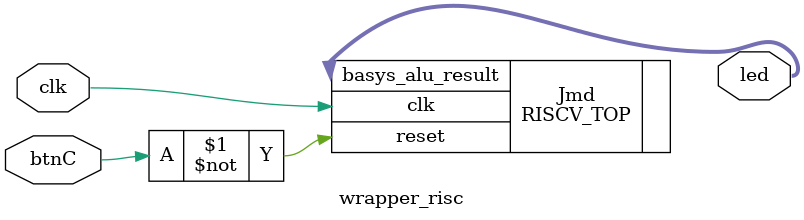
<source format=v>
`timescale 1ns / 1ps


module wrapper_risc(

    input wire clk,
    input wire btnC,
    //input wire [1:0]sw,
    output wire [7:0]led
    );
    
    
    
    RISCV_TOP Jmd(
        .clk(clk),
        .reset(~btnC),
        .basys_alu_result(led[7:0])
        //.sense(sw[0]),
        //.t_delay(sw[1]),
//        .lmY(led[4]),
//        .lmG(led[3]),
//        .lcR(led[2]),
//        .lcY(led[1]),
//        .lcG(led[0])
    );
endmodule

</source>
